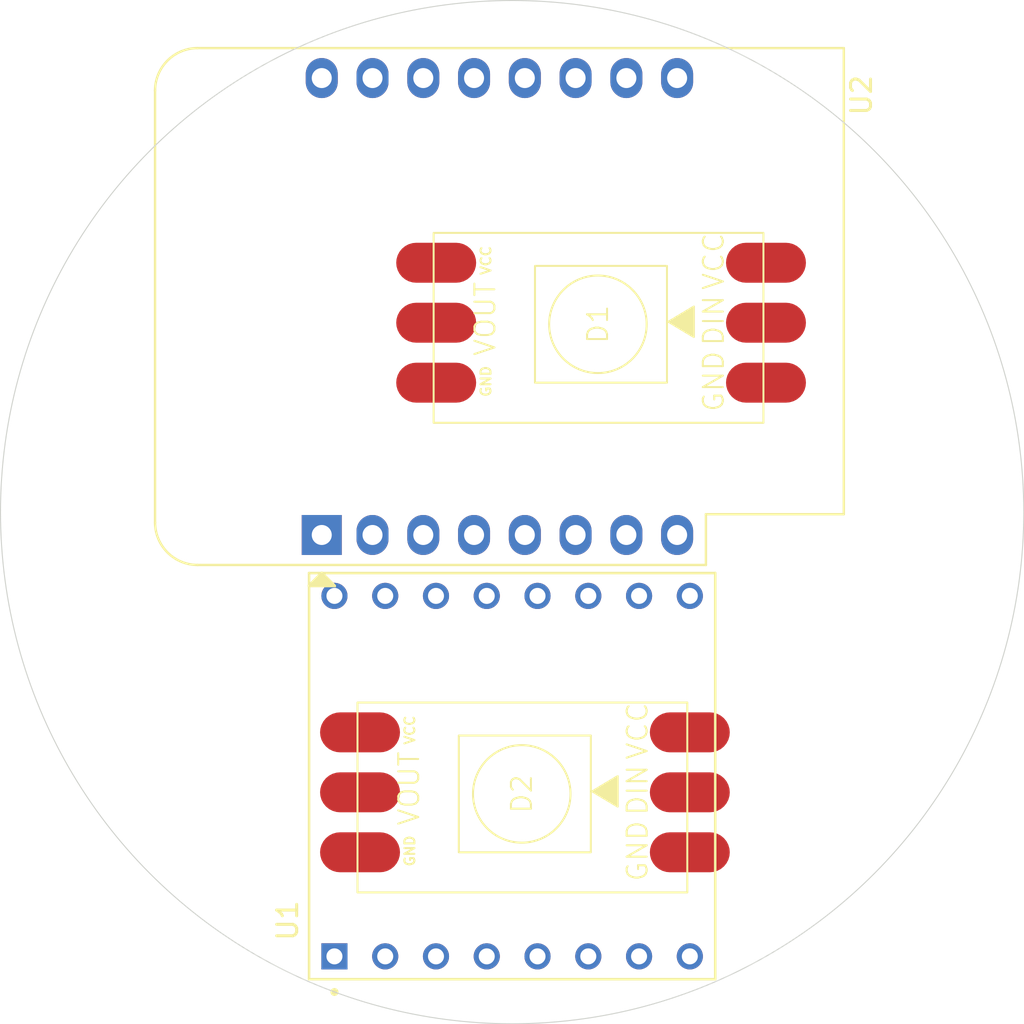
<source format=kicad_pcb>
(kicad_pcb (version 20221018) (generator pcbnew)
  (title_block (comment 4 "AISLER Project ID: IXDIWAYH"))
  (layers (0 "F.Cu" signal) (31 "B.Cu" signal) (34 "B.Paste" user) (35 "F.Paste" user) (36 "B.SilkS" user "B.Silkscreen") (37 "F.SilkS" user "F.Silkscreen") (38 "B.Mask" user) (39 "F.Mask" user) (44 "Edge.Cuts" user))
  (net 0 "")
  (net 20 "Net-(D1-DIN)")
  (net 29 "Net-(D1-DOUT)")
  (net 30 "Net-(U2-GND)")
  (net 31 "Net-(U2-5V)")
  (net 32 "Net-(D1-GND-Pad4)")
  (net 33 "Net-(D1-VCC-Pad6)")
  (footprint "Module:WEMOS_D1_mini_light" (layer "F.Cu") (at 178.435 107.188 90)
    (fp_text reference "U2" (at 22 27 90) (layer "F.SilkS"))
    (fp_text value "WeMos_D1_mini")
    (fp_line (start -1.5 19.22) (end -1.5 -6.21) (stroke (width 0.12)) (layer "F.SilkS"))
    (fp_line (start -1.5 19.22) (end 1.04 19.22) (stroke (width 0.12)) (layer "F.SilkS"))
    (fp_line (start 1.04 19.22) (end 1.04 26.12) (stroke (width 0.12)) (layer "F.SilkS"))
    (fp_line (start 1.04 26.12) (end 24.36 26.12) (stroke (width 0.12)) (layer "F.SilkS"))
    (fp_line (start 22.24 -8.34) (end 0.63 -8.34) (stroke (width 0.12)) (layer "F.SilkS"))
    (fp_line (start 24.36 26.12) (end 24.36 -6.21) (stroke (width 0.12)) (layer "F.SilkS"))
    (fp_arc (start -1.5 -6.21) (mid -0.876137 -7.716137) (end 0.63 -8.34) (stroke (width 0.12)) (layer "F.SilkS"))
    (fp_arc (start 22.23 -8.34) (mid 23.736137 -7.716137) (end 24.36 -6.21) (stroke (width 0.12)) (layer "F.SilkS"))
    (fp_poly (pts (xy -2.54 -0.635) (xy -2.54 0.635) (xy -1.905 0)) (stroke (width 0.15)) (fill solid) (layer "F.SilkS"))
    (pad "1" thru_hole rect (at 0 0 90) (size 2 2) (drill 1) (layers "*.Cu" "*.Mask"))
    (pad "2" thru_hole oval (at 0 2.54 90) (size 2 1.6) (drill 1) (layers "*.Cu" "*.Mask"))
    (pad "3" thru_hole oval (at 0 5.08 90) (size 2 1.6) (drill 1) (layers "*.Cu" "*.Mask"))
    (pad "4" thru_hole oval (at 0 7.62 90) (size 2 1.6) (drill 1) (layers "*.Cu" "*.Mask"))
    (pad "5" thru_hole oval (at 0 10.16 90) (size 2 1.6) (drill 1) (layers "*.Cu" "*.Mask"))
    (pad "6" thru_hole oval (at 0 12.7 90) (size 2 1.6) (drill 1) (layers "*.Cu" "*.Mask") (net 20 "Net-(D1-DIN)"))
    (pad "7" thru_hole oval (at 0 15.24 90) (size 2 1.6) (drill 1) (layers "*.Cu" "*.Mask"))
    (pad "8" thru_hole oval (at 0 17.78 90) (size 2 1.6) (drill 1) (layers "*.Cu" "*.Mask"))
    (pad "9" thru_hole oval (at 22.86 17.78 90) (size 2 1.6) (drill 1) (layers "*.Cu" "*.Mask") (net 31 "Net-(U2-5V)"))
    (pad "10" thru_hole oval (at 22.86 15.24 90) (size 2 1.6) (drill 1) (layers "*.Cu" "*.Mask") (net 30 "Net-(U2-GND)"))
    (pad "11" thru_hole oval (at 22.86 12.7 90) (size 2 1.6) (drill 1) (layers "*.Cu" "*.Mask"))
    (pad "12" thru_hole oval (at 22.86 10.16 90) (size 2 1.6) (drill 1) (layers "*.Cu" "*.Mask"))
    (pad "13" thru_hole oval (at 22.86 7.62 90) (size 2 1.6) (drill 1) (layers "*.Cu" "*.Mask"))
    (pad "14" thru_hole oval (at 22.86 5.08 90) (size 2 1.6) (drill 1) (layers "*.Cu" "*.Mask"))
    (pad "15" thru_hole oval (at 22.86 2.54 90) (size 2 1.6) (drill 1) (layers "*.Cu" "*.Mask"))
    (pad "16" thru_hole oval (at 22.86 0 90) (size 2 1.6) (drill 1) (layers "*.Cu" "*.Mask"))
  )
  (footprint "Grenade_Stuff:NeoPixel_strip" (layer "F.Cu") (at 187.96 119.253 90)
    (fp_text reference "D2" (at -0.889 0.48141 90 unlocked) (layer "F.SilkS") (effects (font (thickness 0.1))))
    (fp_text value "WS2812B Neopixel")
    (fp_text user "VCC" (at 1.524 -4.826 90 unlocked) (layer "F.SilkS") (effects (font (size 0.5 0.5) (thickness 0.1)) (justify left bottom)))
    (fp_text user "GND" (at -5.334 6.858 90 unlocked) (layer "F.SilkS") (effects (font (thickness 0.1)) (justify left bottom)))
    (fp_text user "GND" (at -4.572 -4.826 90 unlocked) (layer "F.SilkS") (effects (font (size 0.5 0.5) (thickness 0.1)) (justify left bottom)))
    (fp_text user "VOUT" (at -2.54 -4.572 90 unlocked) (layer "F.SilkS") (effects (font (thickness 0.1)) (justify left bottom)))
    (fp_text user "DIN" (at -2.032 6.858 90 unlocked) (layer "F.SilkS") (effects (font (thickness 0.1)) (justify left bottom)))
    (fp_text user "VCC" (at 0.762 6.858 90 unlocked) (layer "F.SilkS") (effects (font (thickness 0.1)) (justify left bottom)))
    (fp_rect (start -5.817 -7.737) (end 3.683 8.763) (stroke (width 0.1)) (fill none) (layer "F.SilkS"))
    (fp_rect (start -3.81 -2.667) (end 2.032 3.937) (stroke (width 0.1)) (fill none) (layer "F.SilkS"))
    (fp_circle (center -0.889 0.48141) (end 0.635 2.38641) (stroke (width 0.1)) (fill none) (layer "F.SilkS"))
    (fp_poly (pts (xy -0.762 4.011706) (xy -1.524 5.281706) (xy 0 5.281706)) (stroke (width 0.1)) (fill solid) (layer "F.SilkS"))
    (pad "1" smd roundrect (at -3.81 8.89 180) (size 4 2) (layers "F.Cu" "F.Paste" "F.Mask") (roundrect_rratio 0.5) (net 32 "Net-(D1-GND-Pad4)"))
    (pad "2" smd roundrect (at -0.81 8.89 180) (size 4 2) (layers "F.Cu" "F.Paste" "F.Mask") (roundrect_rratio 0.5) (net 29 "Net-(D1-DOUT)"))
    (pad "3" smd roundrect (at 2.19 8.89 180) (size 4 2) (layers "F.Cu" "F.Paste" "F.Mask") (roundrect_rratio 0.5) (net 33 "Net-(D1-VCC-Pad6)"))
    (pad "4" smd roundrect (at -3.81 -7.61 180) (size 4 2) (layers "F.Cu" "F.Paste" "F.Mask") (roundrect_rratio 0.5))
    (pad "5" smd roundrect (at -0.81 -7.61 180) (size 4 2) (layers "F.Cu" "F.Paste" "F.Mask") (roundrect_rratio 0.5))
    (pad "6" smd roundrect (at 2.19 -7.61 180) (size 4 2) (layers "F.Cu" "F.Paste" "F.Mask") (roundrect_rratio 0.5))
  )
  (footprint "Grenade_Stuff:NeoPixel_strip" (layer "F.Cu") (at 191.77 95.758 90)
    (fp_text reference "D1" (at -0.889 0.48141 90 unlocked) (layer "F.SilkS") (effects (font (thickness 0.1))))
    (fp_text value "WS2812B Neopixel")
    (fp_text user "VOUT" (at -2.54 -4.572 90 unlocked) (layer "F.SilkS") (effects (font (thickness 0.1)) (justify left bottom)))
    (fp_text user "DIN" (at -2.032 6.858 90 unlocked) (layer "F.SilkS") (effects (font (thickness 0.1)) (justify left bottom)))
    (fp_text user "VCC" (at 1.524 -4.826 90 unlocked) (layer "F.SilkS") (effects (font (size 0.5 0.5) (thickness 0.1)) (justify left bottom)))
    (fp_text user "GND" (at -5.334 6.858 90 unlocked) (layer "F.SilkS") (effects (font (thickness 0.1)) (justify left bottom)))
    (fp_text user "GND" (at -4.572 -4.826 90 unlocked) (layer "F.SilkS") (effects (font (size 0.5 0.5) (thickness 0.1)) (justify left bottom)))
    (fp_text user "VCC" (at 0.762 6.858 90 unlocked) (layer "F.SilkS") (effects (font (thickness 0.1)) (justify left bottom)))
    (fp_rect (start -5.817 -7.737) (end 3.683 8.763) (stroke (width 0.1)) (fill none) (layer "F.SilkS"))
    (fp_rect (start -3.81 -2.667) (end 2.032 3.937) (stroke (width 0.1)) (fill none) (layer "F.SilkS"))
    (fp_circle (center -0.889 0.48141) (end 0.635 2.38641) (stroke (width 0.1)) (fill none) (layer "F.SilkS"))
    (fp_poly (pts (xy -0.762 4.011706) (xy -1.524 5.281706) (xy 0 5.281706)) (stroke (width 0.1)) (fill solid) (layer "F.SilkS"))
    (pad "1" smd roundrect (at -3.81 8.89 180) (size 4 2) (layers "F.Cu" "F.Paste" "F.Mask") (roundrect_rratio 0.5) (net 30 "Net-(U2-GND)"))
    (pad "2" smd roundrect (at -0.81 8.89 180) (size 4 2) (layers "F.Cu" "F.Paste" "F.Mask") (roundrect_rratio 0.5) (net 20 "Net-(D1-DIN)"))
    (pad "3" smd roundrect (at 2.19 8.89 180) (size 4 2) (layers "F.Cu" "F.Paste" "F.Mask") (roundrect_rratio 0.5) (net 31 "Net-(U2-5V)"))
    (pad "4" smd roundrect (at -3.81 -7.61 180) (size 4 2) (layers "F.Cu" "F.Paste" "F.Mask") (roundrect_rratio 0.5) (net 32 "Net-(D1-GND-Pad4)"))
    (pad "5" smd roundrect (at -0.81 -7.61 180) (size 4 2) (layers "F.Cu" "F.Paste" "F.Mask") (roundrect_rratio 0.5) (net 29 "Net-(D1-DOUT)"))
    (pad "6" smd roundrect (at 2.19 -7.61 180) (size 4 2) (layers "F.Cu" "F.Paste" "F.Mask") (roundrect_rratio 0.5) (net 33 "Net-(D1-VCC-Pad6)"))
  )
  (footprint "Grenade_Stuff:DF-Player_mini" (layer "F.Cu") (at 187.96 119.253 90)
    (fp_text reference "U1" (at -7.225 -11.235 90) (layer "F.SilkS"))
    (fp_text value "DF-Player_mini")
    (fp_line (start -10.16 -10.16) (end 10.16 -10.16) (stroke (width 0.127)) (layer "F.SilkS"))
    (fp_line (start -10.16 10.16) (end -10.16 -10.16) (stroke (width 0.127)) (layer "F.SilkS"))
    (fp_line (start 10.16 -10.16) (end 10.16 10.16) (stroke (width 0.127)) (layer "F.SilkS"))
    (fp_line (start 10.16 10.16) (end -10.16 10.16) (stroke (width 0.127)) (layer "F.SilkS"))
    (fp_circle (center -10.8 -8.89) (end -10.7 -8.89) (stroke (width 0.2)) (fill none) (layer "F.SilkS"))
    (pad "1" thru_hole rect (at -9.017 -8.89 90) (size 1.308 1.308) (drill 0.8) (layers "*.Cu" "*.Mask"))
    (pad "2" thru_hole circle (at -9.017 -6.35 90) (size 1.308 1.308) (drill 0.8) (layers "*.Cu" "*.Mask"))
    (pad "3" thru_hole circle (at -9.017 -3.81 90) (size 1.308 1.308) (drill 0.8) (layers "*.Cu" "*.Mask"))
    (pad "4" thru_hole circle (at -9.017 -1.27 90) (size 1.308 1.308) (drill 0.8) (layers "*.Cu" "*.Mask"))
    (pad "5" thru_hole circle (at -9.017 1.27 90) (size 1.308 1.308) (drill 0.8) (layers "*.Cu" "*.Mask"))
    (pad "6" thru_hole circle (at -9.017 3.81 90) (size 1.308 1.308) (drill 0.8) (layers "*.Cu" "*.Mask"))
    (pad "7" thru_hole circle (at -9.017 6.35 90) (size 1.308 1.308) (drill 0.8) (layers "*.Cu" "*.Mask") (net 30 "Net-(U2-GND)"))
    (pad "8" thru_hole circle (at -9.017 8.89 90) (size 1.308 1.308) (drill 0.8) (layers "*.Cu" "*.Mask"))
    (pad "9" thru_hole circle (at 9.017 8.89 90) (size 1.308 1.308) (drill 0.8) (layers "*.Cu" "*.Mask"))
    (pad "10" thru_hole circle (at 9.017 6.35 90) (size 1.308 1.308) (drill 0.8) (layers "*.Cu" "*.Mask") (net 30 "Net-(U2-GND)"))
    (pad "11" thru_hole circle (at 9.017 3.81 90) (size 1.308 1.308) (drill 0.8) (layers "*.Cu" "*.Mask"))
    (pad "12" thru_hole circle (at 9.017 1.27 90) (size 1.308 1.308) (drill 0.8) (layers "*.Cu" "*.Mask"))
    (pad "13" thru_hole circle (at 9.017 -1.27 90) (size 1.308 1.308) (drill 0.8) (layers "*.Cu" "*.Mask"))
    (pad "14" thru_hole circle (at 9.017 -3.81 90) (size 1.308 1.308) (drill 0.8) (layers "*.Cu" "*.Mask"))
    (pad "15" thru_hole circle (at 9.017 -6.35 90) (size 1.308 1.308) (drill 0.8) (layers "*.Cu" "*.Mask"))
    (pad "16" thru_hole circle (at 9.017 -8.89 90) (size 1.308 1.308) (drill 0.8) (layers "*.Cu" "*.Mask"))
  )
  (gr_circle (center 187.96 106.045) (end 213.36 109.22) (stroke (width 0.05)) (fill none) (layer "Edge.Cuts"))
)
</source>
